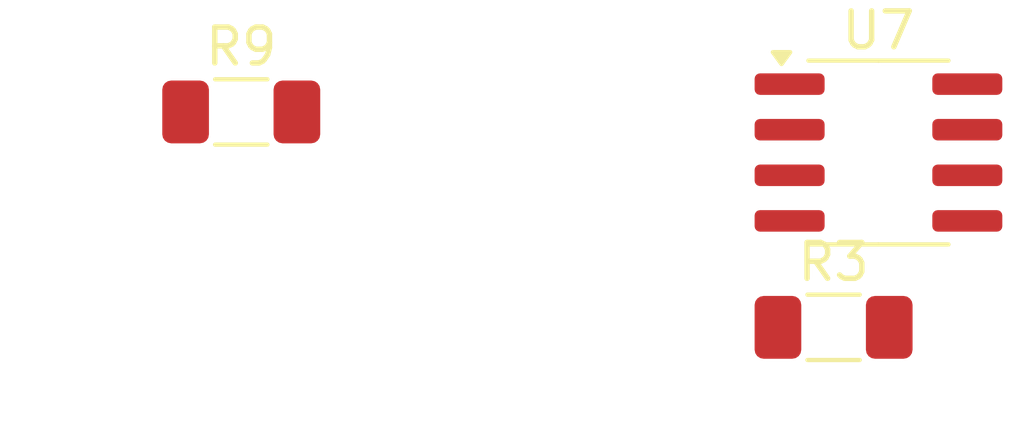
<source format=kicad_pcb>
(kicad_pcb (version 20241229) (generator "pcbnew") (generator_version "9.0")
  (layers (0 "F.Cu" signal) (2 "B.Cu" signal) (13 "F.Paste" user) (15 "B.Paste" user) (5 "F.SilkS" user "F.Silkscreen") (7 "B.SilkS" user "B.Silkscreen") (1 "F.Mask" user) (3 "B.Mask" user) (25 "Edge.Cuts" user))
  (net 0 "")
  (net 1 "GND")
  (net 2 "Net-(U2-AISEN)")
  (net 11 "/USB C/CC1")
  (net 12 "Net-(J2-CC1)")
  (footprint "Resistor_SMD:R_1206_3216Metric_Pad1.30x1.75mm_HandSolder" (layer "F.Cu") (at 148.45 91.5)
    (property "Reference" "R9" (at 0 -1.82 0) (layer "F.SilkS"))
    (property "Value" "1206W4F1002T5E")
    (fp_line (start -0.727064 -0.91) (end 0.727064 -0.91) (stroke (width 0.12)) (layer "F.SilkS"))
    (fp_line (start -0.727064 0.91) (end 0.727064 0.91) (stroke (width 0.12)) (layer "F.SilkS"))
    (pad "1" smd roundrect (at -1.55 0) (size 1.3 1.75) (layers "F.Cu" "F.Mask" "F.Paste") (roundrect_rratio 0.192308) (net 11 "/USB C/CC1"))
    (pad "2" smd roundrect (at 1.55 0) (size 1.3 1.75) (layers "F.Cu" "F.Mask" "F.Paste") (roundrect_rratio 0.192308) (net 12 "Net-(J2-CC1)"))
  )
  (footprint "Resistor_SMD:R_1206_3216Metric_Pad1.30x1.75mm_HandSolder" (layer "F.Cu") (at 164.95 97.5)
    (property "Reference" "R3" (at 0 -1.82 0) (layer "F.SilkS"))
    (property "Value" "0.4")
    (fp_line (start -0.727064 -0.91) (end 0.727064 -0.91) (stroke (width 0.12)) (layer "F.SilkS"))
    (fp_line (start -0.727064 0.91) (end 0.727064 0.91) (stroke (width 0.12)) (layer "F.SilkS"))
    (pad "1" smd roundrect (at -1.55 0) (size 1.3 1.75) (layers "F.Cu" "F.Mask" "F.Paste") (roundrect_rratio 0.192308) (net 2 "Net-(U2-AISEN)"))
    (pad "2" smd roundrect (at 1.55 0) (size 1.3 1.75) (layers "F.Cu" "F.Mask" "F.Paste") (roundrect_rratio 0.192308) (net 1 "GND"))
  )
  (footprint "Package_SO:SOIC-8_3.9x4.9mm_P1.27mm" (layer "F.Cu") (at 166.2 92.63)
    (property "Reference" "U7" (at 0 -3.4 0) (layer "F.SilkS"))
    (property "Value" "INA219AxD")
    (fp_line (start 0 -2.56) (end -1.95 -2.56) (stroke (width 0.12)) (layer "F.SilkS"))
    (fp_line (start 0 -2.56) (end 1.95 -2.56) (stroke (width 0.12)) (layer "F.SilkS"))
    (fp_line (start 0 2.56) (end -1.95 2.56) (stroke (width 0.12)) (layer "F.SilkS"))
    (fp_line (start 0 2.56) (end 1.95 2.56) (stroke (width 0.12)) (layer "F.SilkS"))
    (fp_poly (pts (xy -2.7 -2.465) (xy -2.94 -2.795) (xy -2.46 -2.795) (xy -2.7 -2.465)) (stroke (width 0.12)) (fill yes) (layer "F.SilkS"))
    (pad "1" smd roundrect (at -2.475 -1.905) (size 1.95 0.6) (layers "F.Cu" "F.Mask" "F.Paste"))
    (pad "2" smd roundrect (at -2.475 -0.635) (size 1.95 0.6) (layers "F.Cu" "F.Mask" "F.Paste"))
    (pad "3" smd roundrect (at -2.475 0.635) (size 1.95 0.6) (layers "F.Cu" "F.Mask" "F.Paste"))
    (pad "4" smd roundrect (at -2.475 1.905) (size 1.95 0.6) (layers "F.Cu" "F.Mask" "F.Paste"))
    (pad "5" smd roundrect (at 2.475 1.905) (size 1.95 0.6) (layers "F.Cu" "F.Mask" "F.Paste"))
    (pad "6" smd roundrect (at 2.475 0.635) (size 1.95 0.6) (layers "F.Cu" "F.Mask" "F.Paste"))
    (pad "7" smd roundrect (at 2.475 -0.635) (size 1.95 0.6) (layers "F.Cu" "F.Mask" "F.Paste"))
    (pad "8" smd roundrect (at 2.475 -1.905) (size 1.95 0.6) (layers "F.Cu" "F.Mask" "F.Paste"))
  )
)
</source>
